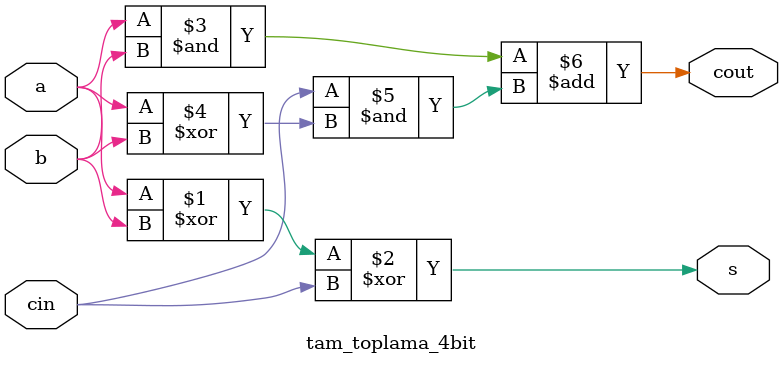
<source format=v>
`timescale 1ns / 1ps

module tam_toplama_4bit(
    input a,b,
    input cin,
    output s, 
    output cout
    );
    
    assign s = ( a ^ b ) ^ cin;
    assign cout = (a & b) + (cin & (a ^ b));
    
endmodule
</source>
